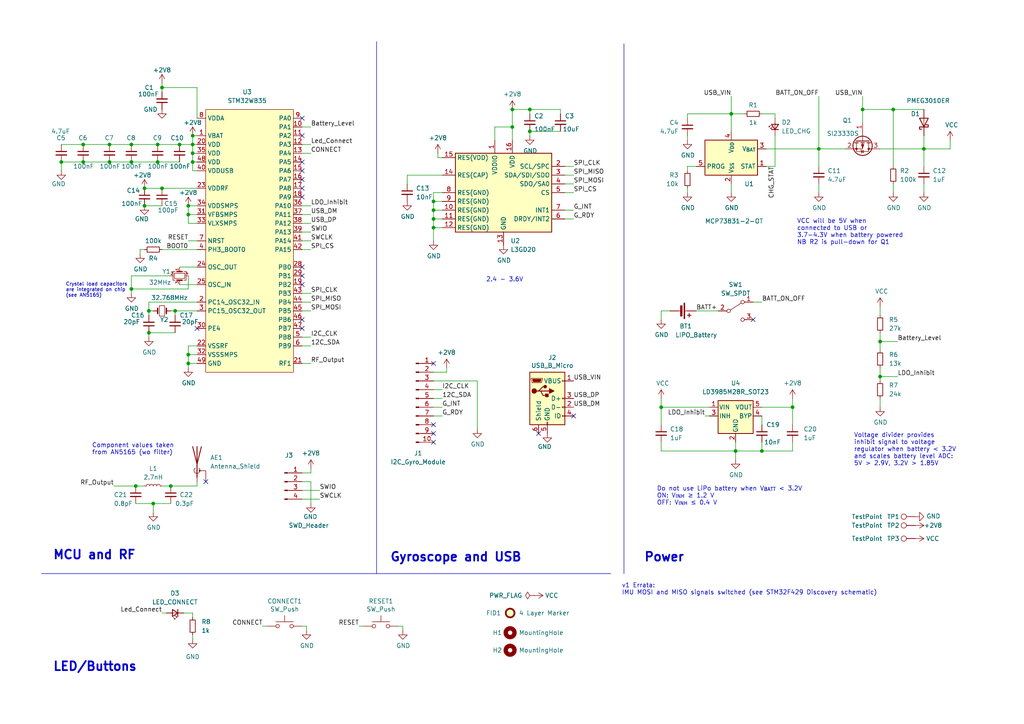
<source format=kicad_sch>
(kicad_sch (version 20230121) (generator eeschema)
  (paper "A4")
  (title_block (title "Ball Base Unit") (company "Mountjoy Modular"))
  (lib_symbols
    (symbol "Battery_Management:MCP73831-2-OT"
      (property "Reference" "U" (at -7.62 6.35 0))
      (property "Value" "MCP73831-2-OT" (at 1.27 6.35 0))
      (symbol "MCP73831-2-OT_1_1"
        (pin output line (at 10.16 -2.54 180) (length 2.54) (name "STAT") (number "1"))
        (pin power_in line (at 0 -7.62 90) (length 2.54) (name "V_{SS}") (number "2"))
        (pin power_out line (at 10.16 2.54 180) (length 2.54) (name "V_{BAT}") (number "3"))
        (pin power_in line (at 0 7.62 270) (length 2.54) (name "V_{DD}") (number "4"))
        (pin input line (at -10.16 -2.54 0) (length 2.54) (name "PROG") (number "5"))
      )
    )
    (symbol "Connector:Conn_01x04_Pin" (pin_names (offset 1.016) hide)
      (property "Reference" "J" (at 0 5.08 0))
      (property "Value" "Conn_01x04_Pin" (at 0 -7.62 0))
      (symbol "Conn_01x04_Pin_1_1"
        (pin passive line (at 5.08 2.54 180) (length 3.81) (name "Pin_1") (number "1"))
        (pin passive line (at 5.08 0 180) (length 3.81) (name "Pin_2") (number "2"))
        (pin passive line (at 5.08 -2.54 180) (length 3.81) (name "Pin_3") (number "3"))
        (pin passive line (at 5.08 -5.08 180) (length 3.81) (name "Pin_4") (number "4"))
      )
    )
    (symbol "Connector:Conn_01x10_Pin" (pin_names (offset 1.016) hide)
      (property "Reference" "J" (at 0 12.7 0))
      (property "Value" "Conn_01x10_Pin" (at 0 -15.24 0))
      (symbol "Conn_01x10_Pin_1_1"
        (pin passive line (at 5.08 10.16 180) (length 3.81) (name "Pin_1") (number "1"))
        (pin passive line (at 5.08 -12.7 180) (length 3.81) (name "Pin_10") (number "10"))
        (pin passive line (at 5.08 7.62 180) (length 3.81) (name "Pin_2") (number "2"))
        (pin passive line (at 5.08 5.08 180) (length 3.81) (name "Pin_3") (number "3"))
        (pin passive line (at 5.08 2.54 180) (length 3.81) (name "Pin_4") (number "4"))
        (pin passive line (at 5.08 0 180) (length 3.81) (name "Pin_5") (number "5"))
        (pin passive line (at 5.08 -2.54 180) (length 3.81) (name "Pin_6") (number "6"))
        (pin passive line (at 5.08 -5.08 180) (length 3.81) (name "Pin_7") (number "7"))
        (pin passive line (at 5.08 -7.62 180) (length 3.81) (name "Pin_8") (number "8"))
        (pin passive line (at 5.08 -10.16 180) (length 3.81) (name "Pin_9") (number "9"))
      )
    )
    (symbol "Connector:TestPoint" (pin_numbers hide) (pin_names (offset 0.762) hide)
      (property "Reference" "TP" (at 0 6.858 0))
      (property "Value" "TestPoint" (at 0 5.08 0))
      (symbol "TestPoint_1_1"
        (pin passive line (at 0 0 90) (length 2.54) (name "1") (number "1"))
      )
    )
    (symbol "Connector:USB_B_Micro" (pin_names (offset 1.016))
      (property "Reference" "J" (at -5.08 11.43 0))
      (property "Value" "USB_B_Micro" (at -5.08 8.89 0))
      (symbol "USB_B_Micro_1_1"
        (pin power_out line (at 7.62 5.08 180) (length 2.54) (name "VBUS") (number "1"))
        (pin bidirectional line (at 7.62 -2.54 180) (length 2.54) (name "D-") (number "2"))
        (pin bidirectional line (at 7.62 0 180) (length 2.54) (name "D+") (number "3"))
        (pin passive line (at 7.62 -5.08 180) (length 2.54) (name "ID") (number "4"))
        (pin power_out line (at 0 -10.16 90) (length 2.54) (name "GND") (number "5"))
        (pin passive line (at -2.54 -10.16 90) (length 2.54) (name "Shield") (number "6"))
      )
    )
    (symbol "Device:Antenna_Shield" (pin_numbers hide) (pin_names (offset 1.016) hide)
      (property "Reference" "AE" (at -1.905 4.445 0))
      (property "Value" "Antenna_Shield" (at -1.905 2.54 0))
      (symbol "Antenna_Shield_1_1"
        (pin input line (at 0 -5.08 90) (length 2.54) (name "A") (number "1"))
        (pin input line (at 2.54 -5.08 90) (length 2.54) (name "Shield") (number "2"))
      )
    )
    (symbol "Device:Battery_Cell" (pin_numbers hide) (pin_names (offset 0) hide)
      (property "Reference" "BT" (at 2.54 2.54 0))
      (property "Value" "Battery_Cell" (at 2.54 0 0))
      (symbol "Battery_Cell_1_1"
        (pin passive line (at 0 5.08 270) (length 2.54) (name "+") (number "1"))
        (pin passive line (at 0 -2.54 90) (length 2.54) (name "-") (number "2"))
      )
    )
    (symbol "Device:C_Small" (pin_numbers hide) (pin_names (offset 0.254) hide)
      (property "Reference" "C" (at 0.254 1.778 0))
      (property "Value" "C_Small" (at 0.254 -2.032 0))
      (symbol "C_Small_1_1"
        (pin passive line (at 0 2.54 270) (length 2.032) (name "~") (number "1"))
        (pin passive line (at 0 -2.54 90) (length 2.032) (name "~") (number "2"))
      )
    )
    (symbol "Device:Crystal_GND24_Small" (pin_names (offset 1.016) hide)
      (property "Reference" "Y" (at 1.27 4.445 0))
      (property "Value" "Crystal_GND24_Small" (at 1.27 2.54 0))
      (symbol "Crystal_GND24_Small_1_1"
        (pin passive line (at -2.54 0 0) (length 1.27) (name "1") (number "1"))
        (pin passive line (at 0 -2.54 90) (length 0.635) (name "2") (number "2"))
        (pin passive line (at 2.54 0 180) (length 1.27) (name "3") (number "3"))
        (pin passive line (at 0 2.54 270) (length 0.635) (name "4") (number "4"))
      )
    )
    (symbol "Device:Crystal_Small" (pin_numbers hide) (pin_names (offset 1.016) hide)
      (property "Reference" "Y" (at 0 2.54 0))
      (property "Value" "Crystal_Small" (at 0 -2.54 0))
      (symbol "Crystal_Small_1_1"
        (pin passive line (at -2.54 0 0) (length 1.27) (name "1") (number "1"))
        (pin passive line (at 2.54 0 180) (length 1.27) (name "2") (number "2"))
      )
    )
    (symbol "Device:LED_Small" (pin_numbers hide) (pin_names (offset 0.254) hide)
      (property "Reference" "D" (at -1.27 3.175 0))
      (property "Value" "LED_Small" (at -4.445 -2.54 0))
      (symbol "LED_Small_1_1"
        (pin passive line (at -2.54 0 0) (length 1.778) (name "K") (number "1"))
        (pin passive line (at 2.54 0 180) (length 1.778) (name "A") (number "2"))
      )
    )
    (symbol "Device:L_Small" (pin_numbers hide) (pin_names (offset 0.254) hide)
      (property "Reference" "L" (at 0.762 1.016 0))
      (property "Value" "L_Small" (at 0.762 -1.016 0))
      (symbol "L_Small_1_1"
        (pin passive line (at 0 2.54 270) (length 0.508) (name "~") (number "1"))
        (pin passive line (at 0 -2.54 90) (length 0.508) (name "~") (number "2"))
      )
    )
    (symbol "Device:R_Small" (pin_numbers hide) (pin_names (offset 0.254) hide)
      (property "Reference" "R" (at 0.762 0.508 0))
      (property "Value" "R_Small" (at 0.762 -1.016 0))
      (symbol "R_Small_1_1"
        (pin passive line (at 0 2.54 270) (length 0.762) (name "~") (number "1"))
        (pin passive line (at 0 -2.54 90) (length 0.762) (name "~") (number "2"))
      )
    )
    (symbol "Diode:B130-E3" (pin_numbers hide) (pin_names hide)
      (property "Reference" "D" (at 0 2.54 0))
      (property "Value" "B130-E3" (at 0 -2.54 0))
      (symbol "B130-E3_1_1"
        (pin passive line (at -3.81 0 0) (length 2.54) (name "K") (number "1"))
        (pin passive line (at 3.81 0 180) (length 2.54) (name "A") (number "2"))
      )
    )
    (symbol "Mechanical:Fiducial"
      (property "Reference" "FID" (at 0 5.08 0))
      (property "Value" "Fiducial" (at 0 3.175 0))
    )
    (symbol "Mechanical:MountingHole" (pin_names (offset 1.016))
      (property "Reference" "H" (at 0 5.08 0))
      (property "Value" "MountingHole" (at 0 3.175 0))
    )
    (symbol "Regulator_Linear:LD3985M28R_SOT23" (pin_names (offset 0.254))
      (property "Reference" "U" (at -3.81 5.715 0))
      (property "Value" "LD3985M28R_SOT23" (at 0 5.715 0))
      (symbol "LD3985M28R_SOT23_1_1"
        (pin power_in line (at -7.62 2.54 0) (length 2.54) (name "VIN") (number "1"))
        (pin power_in line (at 0 -7.62 90) (length 2.54) (name "GND") (number "2"))
        (pin input line (at -7.62 0 0) (length 2.54) (name "INH") (number "3"))
        (pin input line (at 7.62 0 180) (length 2.54) (name "BYP") (number "4"))
        (pin power_out line (at 7.62 2.54 180) (length 2.54) (name "VOUT") (number "5"))
      )
    )
    (symbol "STM32:STM32WB35"
      (property "Reference" "U" (at 0 -34.29 0))
      (property "Value" "STM32WB35" (at 0.127 46.609 0))
      (symbol "STM32WB35_0_0"
        (pin power_in line (at -14.605 36.83 0) (length 2.54) (name "VBAT") (number "1"))
        (pin bidirectional line (at 15.875 39.37 180) (length 2.54) (name "PA1") (number "10"))
        (pin bidirectional line (at 15.875 36.83 180) (length 2.54) (name "PA2") (number "11"))
        (pin bidirectional line (at 15.875 34.29 180) (length 2.54) (name "PA3") (number "12"))
        (pin bidirectional line (at 15.875 31.75 180) (length 2.54) (name "PA4") (number "13"))
        (pin bidirectional line (at 15.875 29.21 180) (length 2.54) (name "PA5") (number "14"))
        (pin bidirectional line (at 15.875 26.67 180) (length 2.54) (name "PA6") (number "15"))
        (pin bidirectional line (at 15.875 24.13 180) (length 2.54) (name "PA7") (number "16"))
        (pin bidirectional line (at 15.875 21.59 180) (length 2.54) (name "PA8") (number "17"))
        (pin bidirectional line (at 15.875 19.05 180) (length 2.54) (name "PA9") (number "18"))
        (pin bidirectional line (at 15.875 -6.35 180) (length 2.54) (name "PB2") (number "19"))
        (pin bidirectional line (at -14.605 -11.43 0) (length 2.54) (name "PC14_OSC32_IN") (number "2"))
        (pin power_in line (at -14.605 34.29 0) (length 2.54) (name "VDD") (number "20"))
        (pin output line (at 15.875 -29.21 180) (length 2.54) (name "RF1") (number "21"))
        (pin power_in line (at -14.605 -24.13 0) (length 2.54) (name "VSSRF") (number "22"))
        (pin power_in line (at -14.605 21.59 0) (length 2.54) (name "VDDRF") (number "23"))
        (pin output line (at -14.605 -1.27 0) (length 2.54) (name "OSC_OUT") (number "24"))
        (pin input line (at -14.605 -6.35 0) (length 2.54) (name "OSC_IN") (number "25"))
        (pin no_connect line (at -3.175 -34.29 90) (length 2.54) hide (name "AT0") (number "26"))
        (pin no_connect line (at 3.175 -34.29 90) (length 2.54) hide (name "AT1") (number "27"))
        (pin bidirectional line (at 15.875 -1.27 180) (length 2.54) (name "PB0") (number "28"))
        (pin bidirectional line (at 15.875 -3.81 180) (length 2.54) (name "PB1") (number "29"))
        (pin bidirectional line (at -14.605 -13.97 0) (length 2.54) (name "PC15_OSC32_OUT") (number "3"))
        (pin bidirectional line (at -14.605 -19.05 0) (length 2.54) (name "PE4") (number "30"))
        (pin power_in line (at -14.605 13.97 0) (length 2.54) (name "VFBSMPS") (number "31"))
        (pin power_in line (at -14.605 -26.67 0) (length 2.54) (name "VSSSMPS") (number "32"))
        (pin power_in line (at -14.605 11.43 0) (length 2.54) (name "VLXSMPS") (number "33"))
        (pin power_in line (at -14.605 16.51 0) (length 2.54) (name "VDDSMPS") (number "34"))
        (pin power_in line (at -14.605 31.75 0) (length 2.54) (name "VDD") (number "35"))
        (pin bidirectional line (at 15.875 16.51 180) (length 2.54) (name "PA10") (number "36"))
        (pin bidirectional line (at 15.875 13.97 180) (length 2.54) (name "PA11") (number "37"))
        (pin bidirectional line (at 15.875 11.43 180) (length 2.54) (name "PA12") (number "38"))
        (pin bidirectional line (at 15.875 8.89 180) (length 2.54) (name "PA13") (number "39"))
        (pin bidirectional line (at -14.605 3.81 0) (length 2.54) (name "PH3_BOOT0") (number "4"))
        (pin power_in line (at -14.605 26.67 0) (length 2.54) (name "VDDUSB") (number "40"))
        (pin bidirectional line (at 15.875 6.35 180) (length 2.54) (name "PA14") (number "41"))
        (pin bidirectional line (at 15.875 3.81 180) (length 2.54) (name "PA15") (number "42"))
        (pin bidirectional line (at 15.875 -8.89 180) (length 2.54) (name "PB3") (number "43"))
        (pin bidirectional line (at 15.875 -11.43 180) (length 2.54) (name "PB4") (number "44"))
        (pin bidirectional line (at 15.875 -13.97 180) (length 2.54) (name "PB5") (number "45"))
        (pin bidirectional line (at 15.875 -16.51 180) (length 2.54) (name "PB6") (number "46"))
        (pin bidirectional line (at 15.875 -19.05 180) (length 2.54) (name "PB7") (number "47"))
        (pin power_in line (at -14.605 29.21 0) (length 2.54) (name "VDD") (number "48"))
        (pin power_in line (at -14.605 -29.21 0) (length 2.54) (name "GND") (number "49"))
        (pin bidirectional line (at 15.875 -21.59 180) (length 2.54) (name "PB8") (number "5"))
        (pin bidirectional line (at 15.875 -24.13 180) (length 2.54) (name "PB9") (number "6"))
        (pin bidirectional line (at -14.605 6.35 0) (length 2.54) (name "NRST") (number "7"))
        (pin power_in line (at -14.605 41.91 0) (length 2.54) (name "VDDA") (number "8"))
        (pin bidirectional line (at 15.875 41.91 180) (length 2.54) (name "PA0") (number "9"))
      )
    )
    (symbol "Sensor_Motion:L3GD20"
      (property "Reference" "U" (at 6.35 15.24 0))
      (property "Value" "L3GD20" (at 6.35 12.7 0))
      (symbol "L3GD20_1_1"
        (pin power_in line (at -2.54 15.24 270) (length 3.81) (name "VDDIO") (number "1"))
        (pin passive line (at -17.78 -5.08 0) (length 3.81) (name "RES(GND)") (number "10"))
        (pin passive line (at -17.78 -7.62 0) (length 3.81) (name "RES(GND)") (number "11"))
        (pin passive line (at -17.78 -10.16 0) (length 3.81) (name "RES(GND)") (number "12"))
        (pin power_in line (at 0 -15.24 90) (length 3.81) (name "GND") (number "13"))
        (pin passive line (at -17.78 5.08 0) (length 3.81) (name "RES(CAP)") (number "14"))
        (pin passive line (at -17.78 10.16 0) (length 3.81) (name "RES(VDD)") (number "15"))
        (pin power_in line (at 2.54 15.24 270) (length 3.81) (name "VDD") (number "16"))
        (pin input line (at 17.78 7.62 180) (length 3.81) (name "SCL/SPC") (number "2"))
        (pin bidirectional line (at 17.78 5.08 180) (length 3.81) (name "SDA/SDI/SDO") (number "3"))
        (pin output line (at 17.78 2.54 180) (length 3.81) (name "SDO/SA0") (number "4"))
        (pin input line (at 17.78 0 180) (length 3.81) (name "CS") (number "5"))
        (pin output line (at 17.78 -7.62 180) (length 3.81) (name "DRDY/INT2") (number "6"))
        (pin output line (at 17.78 -5.08 180) (length 3.81) (name "INT1") (number "7"))
        (pin passive line (at -17.78 0 0) (length 3.81) (name "RES(GND)") (number "8"))
        (pin passive line (at -17.78 -2.54 0) (length 3.81) (name "RES(GND)") (number "9"))
      )
    )
    (symbol "Switch:SW_Push" (pin_numbers hide) (pin_names (offset 1.016) hide)
      (property "Reference" "SW" (at 1.27 2.54 0))
      (property "Value" "SW_Push" (at 0 -1.524 0))
      (symbol "SW_Push_0_1"
        (pin passive line (at -5.08 0 0) (length 2.54) (name "1") (number "1"))
        (pin passive line (at 5.08 0 180) (length 2.54) (name "2") (number "2"))
      )
    )
    (symbol "Switch:SW_SPDT" (pin_names (offset 0) hide)
      (property "Reference" "SW" (at 0 4.318 0))
      (property "Value" "SW_SPDT" (at 0 -5.08 0))
      (symbol "SW_SPDT_1_1"
        (pin passive line (at 5.08 2.54 180) (length 2.54) (name "A") (number "1"))
        (pin passive line (at -5.08 0 0) (length 2.54) (name "B") (number "2"))
        (pin passive line (at 5.08 -2.54 180) (length 2.54) (name "C") (number "3"))
      )
    )
    (symbol "Transistor_FET:Si2319CDS" (pin_names hide)
      (property "Reference" "Q" (at 5.08 1.905 0))
      (property "Value" "Si2319CDS" (at 5.08 0 0))
      (symbol "Si2319CDS_1_1"
        (pin input line (at -5.08 0 0) (length 2.54) (name "G") (number "1"))
        (pin passive line (at 2.54 -5.08 90) (length 2.54) (name "S") (number "2"))
        (pin passive line (at 2.54 5.08 270) (length 2.54) (name "D") (number "3"))
      )
    )
    (symbol "power:+2V8" (power) (pin_names (offset 0))
      (property "Value" "+2V8" (at 0 3.556 0))
      (symbol "+2V8_1_1"
        (pin power_in line (at 0 0 90) (length 0) hide (name "+2V8") (number "1"))
      )
    )
    (symbol "power:GND" (power) (pin_names (offset 0))
      (property "Value" "GND" (at 0 -3.81 0))
      (symbol "GND_1_1"
        (pin power_in line (at 0 0 270) (length 0) hide (name "GND") (number "1"))
      )
    )
    (symbol "power:PWR_FLAG" (power) (pin_numbers hide) (pin_names (offset 0) hide)
      (property "Value" "PWR_FLAG" (at 0 3.81 0))
      (symbol "PWR_FLAG_0_0"
        (pin power_out line (at 0 0 90) (length 0) (name "pwr") (number "1"))
      )
    )
    (symbol "power:VCC" (power) (pin_names (offset 0))
      (property "Value" "VCC" (at 0 3.81 0))
      (symbol "VCC_1_1"
        (pin power_in line (at 0 0 90) (length 0) hide (name "VCC") (number "1"))
      )
    )
  )
  (junction (at 125.73 63.5))
  (junction (at 54.61 59.69))
  (junction (at 125.73 66.04))
  (junction (at 45.72 46.99))
  (junction (at 220.98 130.81))
  (junction (at 55.88 39.37))
  (junction (at 250.19 31.75))
  (junction (at 39.37 140.97))
  (junction (at 55.88 44.45))
  (junction (at 38.1 41.91))
  (junction (at 49.53 140.97))
  (junction (at 46.99 54.61))
  (junction (at 46.99 25.4))
  (junction (at 52.07 41.91))
  (junction (at 50.8 90.17))
  (junction (at 54.61 105.41))
  (junction (at 24.13 41.91))
  (junction (at 237.49 43.18))
  (junction (at 44.45 146.05))
  (junction (at 54.61 62.23))
  (junction (at 41.91 54.61))
  (junction (at 38.1 46.99))
  (junction (at 255.27 99.06))
  (junction (at 38.1 83.82))
  (junction (at 153.67 31.75))
  (junction (at 45.72 41.91))
  (junction (at 148.59 36.83))
  (junction (at 148.59 31.75))
  (junction (at 43.18 90.17))
  (junction (at 17.78 46.99))
  (junction (at 24.13 46.99))
  (junction (at 43.18 96.52))
  (junction (at 259.08 31.75))
  (junction (at 31.75 46.99))
  (junction (at 55.88 41.91))
  (junction (at 31.75 41.91))
  (junction (at 125.73 60.96))
  (junction (at 191.77 118.11))
  (junction (at 212.09 33.02))
  (junction (at 41.91 59.69))
  (junction (at 153.67 38.1))
  (junction (at 125.73 58.42))
  (junction (at 255.27 109.22))
  (junction (at 213.36 130.81))
  (junction (at 267.97 43.18))
  (junction (at 54.61 102.87))
  (junction (at 55.88 46.99))
  (junction (at 229.87 118.11))
  (no_connect (at 87.63 82.55))
  (no_connect (at 156.21 125.73))
  (no_connect (at 87.63 52.07))
  (no_connect (at 87.63 77.47))
  (no_connect (at 87.63 92.71))
  (no_connect (at 125.73 105.41))
  (no_connect (at 87.63 95.25))
  (no_connect (at 87.63 46.99))
  (no_connect (at 87.63 80.01))
  (no_connect (at 87.63 57.15))
  (no_connect (at 87.63 54.61))
  (no_connect (at 125.73 128.27))
  (no_connect (at 218.44 92.71))
  (no_connect (at 87.63 39.37))
  (no_connect (at 125.73 123.19))
  (no_connect (at 166.37 120.65))
  (no_connect (at 87.63 34.29))
  (no_connect (at 87.63 49.53))
  (no_connect (at 59.69 139.7))
  (no_connect (at 57.15 95.25))
  (no_connect (at 125.73 125.73))
  (wire (pts (xy 255.27 43.18) (xy 267.97 43.18)))
  (wire (pts (xy 212.09 33.02) (xy 215.9 33.02)))
  (wire (pts (xy 125.73 107.95) (xy 129.54 107.95)))
  (wire (pts (xy 229.87 128.27) (xy 229.87 130.81)))
  (wire (pts (xy 128.27 55.88) (xy 125.73 55.88)))
  (wire (pts (xy 204.47 120.65) (xy 205.74 120.65)))
  (wire (pts (xy 220.98 118.11) (xy 229.87 118.11)))
  (wire (pts (xy 38.1 41.91) (xy 45.72 41.91)))
  (wire (pts (xy 212.09 27.94) (xy 212.09 33.02)))
  (wire (pts (xy 275.59 43.18) (xy 275.59 40.64)))
  (wire (pts (xy 87.63 137.16) (xy 90.17 137.16)))
  (wire (pts (xy 267.97 53.34) (xy 267.97 55.88)))
  (wire (pts (xy 46.99 72.39) (xy 57.15 72.39)))
  (wire (pts (xy 39.37 140.97) (xy 41.91 140.97)))
  (wire (pts (xy 259.08 53.34) (xy 259.08 55.88)))
  (wire (pts (xy 41.91 59.69) (xy 46.99 59.69)))
  (wire (pts (xy 50.8 90.17) (xy 57.15 90.17)))
  (wire (pts (xy 125.73 118.11) (xy 128.27 118.11)))
  (wire (pts (xy 125.73 120.65) (xy 128.27 120.65)))
  (wire (pts (xy 199.39 33.02) (xy 212.09 33.02)))
  (wire (pts (xy 125.73 55.88) (xy 125.73 58.42)))
  (wire (pts (xy 54.61 62.23) (xy 54.61 59.69)))
  (wire (pts (xy 104.14 181.61) (xy 105.41 181.61)))
  (wire (pts (xy 55.88 177.8) (xy 55.88 179.07)))
  (wire (pts (xy 57.15 140.97) (xy 57.15 139.7)))
  (wire (pts (xy 163.83 63.5) (xy 166.37 63.5)))
  (wire (pts (xy 163.83 55.88) (xy 166.37 55.88)))
  (wire (pts (xy 87.63 41.91) (xy 90.17 41.91)))
  (wire (pts (xy 87.63 44.45) (xy 90.17 44.45)))
  (wire (pts (xy 255.27 96.52) (xy 255.27 99.06)))
  (wire (pts (xy 87.63 105.41) (xy 90.17 105.41)))
  (wire (pts (xy 87.63 100.33) (xy 90.17 100.33)))
  (wire (pts (xy 55.88 41.91) (xy 55.88 44.45)))
  (wire (pts (xy 87.63 69.85) (xy 90.17 69.85)))
  (wire (pts (xy 52.07 82.55) (xy 57.15 82.55)))
  (wire (pts (xy 55.88 184.15) (xy 55.88 185.42)))
  (wire (pts (xy 17.78 46.99) (xy 17.78 49.53)))
  (wire (pts (xy 191.77 130.81) (xy 213.36 130.81)))
  (wire (pts (xy 88.9 181.61) (xy 88.9 182.88)))
  (wire (pts (xy 138.43 110.49) (xy 138.43 124.46)))
  (wire (pts (xy 54.61 83.82) (xy 38.1 83.82)))
  (wire (pts (xy 153.67 31.75) (xy 162.56 31.75)))
  (wire (pts (xy 38.1 46.99) (xy 45.72 46.99)))
  (wire (pts (xy 76.2 181.61) (xy 77.47 181.61)))
  (wire (pts (xy 44.45 146.05) (xy 44.45 148.59)))
  (wire (pts (xy 87.63 139.7) (xy 90.17 139.7)))
  (wire (pts (xy 87.63 181.61) (xy 88.9 181.61)))
  (wire (pts (xy 54.61 59.69) (xy 57.15 59.69)))
  (wire (pts (xy 52.07 41.91) (xy 55.88 41.91)))
  (wire (pts (xy 55.88 49.53) (xy 57.15 49.53)))
  (wire (pts (xy 24.13 41.91) (xy 31.75 41.91)))
  (wire (pts (xy 87.63 36.83) (xy 90.17 36.83)))
  (wire (pts (xy 153.67 38.1) (xy 153.67 39.37)))
  (wire (pts (xy 259.08 31.75) (xy 259.08 48.26)))
  (wire (pts (xy 24.13 46.99) (xy 31.75 46.99)))
  (wire (pts (xy 54.61 62.23) (xy 57.15 62.23)))
  (wire (pts (xy 259.08 31.75) (xy 267.97 31.75)))
  (wire (pts (xy 201.93 90.17) (xy 208.28 90.17)))
  (wire (pts (xy 163.83 60.96) (xy 166.37 60.96)))
  (wire (pts (xy 43.18 90.17) (xy 43.18 91.44)))
  (wire (pts (xy 52.07 77.47) (xy 57.15 77.47)))
  (wire (pts (xy 43.18 87.63) (xy 43.18 90.17)))
  (wire (pts (xy 125.73 110.49) (xy 138.43 110.49)))
  (wire (pts (xy 229.87 115.57) (xy 229.87 118.11)))
  (wire (pts (xy 90.17 137.16) (xy 90.17 135.89)))
  (wire (pts (xy 191.77 118.11) (xy 191.77 123.19)))
  (wire (pts (xy 250.19 27.94) (xy 250.19 31.75)))
  (polyline (pts (xy 180.975 12.7) (xy 180.975 166.37)))
  (wire (pts (xy 54.61 64.77) (xy 54.61 62.23)))
  (wire (pts (xy 191.77 90.17) (xy 194.31 90.17)))
  (wire (pts (xy 224.79 33.02) (xy 224.79 34.29)))
  (wire (pts (xy 237.49 53.34) (xy 237.49 55.88)))
  (wire (pts (xy 267.97 39.37) (xy 267.97 43.18)))
  (wire (pts (xy 87.63 85.09) (xy 90.17 85.09)))
  (wire (pts (xy 33.02 140.97) (xy 39.37 140.97)))
  (wire (pts (xy 55.88 46.99) (xy 55.88 49.53)))
  (wire (pts (xy 55.88 44.45) (xy 57.15 44.45)))
  (wire (pts (xy 125.73 66.04) (xy 125.73 69.85)))
  (wire (pts (xy 17.78 46.99) (xy 24.13 46.99)))
  (wire (pts (xy 49.53 140.97) (xy 57.15 140.97)))
  (wire (pts (xy 125.73 58.42) (xy 125.73 60.96)))
  (wire (pts (xy 191.77 128.27) (xy 191.77 130.81)))
  (wire (pts (xy 38.1 83.82) (xy 38.1 85.09)))
  (wire (pts (xy 129.54 107.95) (xy 129.54 106.68)))
  (wire (pts (xy 87.63 72.39) (xy 90.17 72.39)))
  (wire (pts (xy 220.98 33.02) (xy 224.79 33.02)))
  (wire (pts (xy 125.73 58.42) (xy 128.27 58.42)))
  (wire (pts (xy 40.64 72.39) (xy 41.91 72.39)))
  (wire (pts (xy 125.73 60.96) (xy 128.27 60.96)))
  (wire (pts (xy 31.75 46.99) (xy 38.1 46.99)))
  (wire (pts (xy 267.97 43.18) (xy 275.59 43.18)))
  (wire (pts (xy 43.18 90.17) (xy 44.45 90.17)))
  (polyline (pts (xy 109.22 12.065) (xy 109.22 166.37)))
  (wire (pts (xy 45.72 41.91) (xy 52.07 41.91)))
  (wire (pts (xy 43.18 96.52) (xy 43.18 97.79)))
  (wire (pts (xy 199.39 54.61) (xy 199.39 55.88)))
  (wire (pts (xy 250.19 31.75) (xy 250.19 35.56)))
  (wire (pts (xy 237.49 43.18) (xy 245.11 43.18)))
  (wire (pts (xy 199.39 39.37) (xy 199.39 40.64)))
  (polyline (pts (xy 12.065 166.37) (xy 177.165 166.37)))
  (wire (pts (xy 92.71 144.78) (xy 87.63 144.78)))
  (wire (pts (xy 229.87 118.11) (xy 229.87 123.19)))
  (wire (pts (xy 199.39 34.29) (xy 199.39 33.02)))
  (wire (pts (xy 90.17 139.7) (xy 90.17 146.05)))
  (wire (pts (xy 255.27 115.57) (xy 255.27 118.11)))
  (wire (pts (xy 55.88 39.37) (xy 55.88 41.91)))
  (wire (pts (xy 143.51 36.83) (xy 148.59 36.83)))
  (wire (pts (xy 212.09 53.34) (xy 212.09 55.88)))
  (wire (pts (xy 45.72 46.99) (xy 52.07 46.99)))
  (wire (pts (xy 116.84 181.61) (xy 116.84 182.88)))
  (wire (pts (xy 191.77 118.11) (xy 205.74 118.11)))
  (wire (pts (xy 255.27 109.22) (xy 255.27 110.49)))
  (wire (pts (xy 212.09 33.02) (xy 212.09 38.1)))
  (wire (pts (xy 54.61 105.41) (xy 54.61 102.87)))
  (wire (pts (xy 54.61 80.01) (xy 54.61 83.82)))
  (wire (pts (xy 224.79 48.26) (xy 224.79 39.37)))
  (wire (pts (xy 148.59 31.75) (xy 148.59 36.83)))
  (wire (pts (xy 191.77 92.71) (xy 191.77 90.17)))
  (wire (pts (xy 213.36 130.81) (xy 213.36 133.35)))
  (wire (pts (xy 125.73 63.5) (xy 125.73 66.04)))
  (wire (pts (xy 50.8 96.52) (xy 43.18 96.52)))
  (wire (pts (xy 148.59 31.75) (xy 153.67 31.75)))
  (wire (pts (xy 57.15 25.4) (xy 57.15 34.29)))
  (wire (pts (xy 128.27 50.8) (xy 118.11 50.8)))
  (wire (pts (xy 153.67 31.75) (xy 153.67 33.02)))
  (wire (pts (xy 87.63 87.63) (xy 90.17 87.63)))
  (wire (pts (xy 220.98 128.27) (xy 220.98 130.81)))
  (wire (pts (xy 255.27 106.68) (xy 255.27 109.22)))
  (wire (pts (xy 163.83 53.34) (xy 166.37 53.34)))
  (wire (pts (xy 38.1 83.82) (xy 38.1 80.01)))
  (wire (pts (xy 125.73 60.96) (xy 125.73 63.5)))
  (wire (pts (xy 46.99 177.8) (xy 48.26 177.8)))
  (wire (pts (xy 31.75 41.91) (xy 38.1 41.91)))
  (wire (pts (xy 218.44 87.63) (xy 220.98 87.63)))
  (wire (pts (xy 55.88 39.37) (xy 57.15 39.37)))
  (wire (pts (xy 255.27 99.06) (xy 260.35 99.06)))
  (wire (pts (xy 87.63 142.24) (xy 92.71 142.24)))
  (wire (pts (xy 41.91 54.61) (xy 46.99 54.61)))
  (wire (pts (xy 250.19 31.75) (xy 259.08 31.75)))
  (wire (pts (xy 87.63 90.17) (xy 90.17 90.17)))
  (wire (pts (xy 55.88 41.91) (xy 57.15 41.91)))
  (wire (pts (xy 43.18 87.63) (xy 57.15 87.63)))
  (wire (pts (xy 49.53 90.17) (xy 50.8 90.17)))
  (wire (pts (xy 237.49 43.18) (xy 237.49 48.26)))
  (wire (pts (xy 255.27 99.06) (xy 255.27 101.6)))
  (wire (pts (xy 55.88 44.45) (xy 55.88 46.99)))
  (wire (pts (xy 46.99 140.97) (xy 49.53 140.97)))
  (wire (pts (xy 220.98 120.65) (xy 220.98 123.19)))
  (wire (pts (xy 148.59 36.83) (xy 148.59 40.64)))
  (wire (pts (xy 38.1 80.01) (xy 49.53 80.01)))
  (wire (pts (xy 57.15 25.4) (xy 46.99 25.4)))
  (wire (pts (xy 87.63 97.79) (xy 90.17 97.79)))
  (wire (pts (xy 118.11 50.8) (xy 118.11 53.34)))
  (wire (pts (xy 46.99 54.61) (xy 57.15 54.61)))
  (wire (pts (xy 53.34 177.8) (xy 55.88 177.8)))
  (wire (pts (xy 54.61 106.68) (xy 54.61 105.41)))
  (wire (pts (xy 87.63 67.31) (xy 90.17 67.31)))
  (wire (pts (xy 46.99 25.4) (xy 46.99 26.67)))
  (wire (pts (xy 87.63 59.69) (xy 90.17 59.69)))
  (wire (pts (xy 54.61 105.41) (xy 57.15 105.41)))
  (wire (pts (xy 115.57 181.61) (xy 116.84 181.61)))
  (wire (pts (xy 163.83 48.26) (xy 166.37 48.26)))
  (wire (pts (xy 255.27 88.9) (xy 255.27 91.44)))
  (wire (pts (xy 191.77 115.57) (xy 191.77 118.11)))
  (wire (pts (xy 153.67 38.1) (xy 162.56 38.1)))
  (wire (pts (xy 163.83 50.8) (xy 166.37 50.8)))
  (wire (pts (xy 143.51 40.64) (xy 143.51 36.83)))
  (wire (pts (xy 213.36 128.27) (xy 213.36 130.81)))
  (wire (pts (xy 267.97 43.18) (xy 267.97 48.26)))
  (wire (pts (xy 237.49 27.94) (xy 237.49 43.18)))
  (wire (pts (xy 125.73 115.57) (xy 128.27 115.57)))
  (wire (pts (xy 87.63 64.77) (xy 90.17 64.77)))
  (wire (pts (xy 199.39 49.53) (xy 199.39 48.26)))
  (wire (pts (xy 54.61 102.87) (xy 57.15 102.87)))
  (wire (pts (xy 162.56 31.75) (xy 162.56 33.02)))
  (wire (pts (xy 46.99 24.13) (xy 46.99 25.4)))
  (wire (pts (xy 125.73 63.5) (xy 128.27 63.5)))
  (wire (pts (xy 17.78 41.91) (xy 24.13 41.91)))
  (wire (pts (xy 39.37 146.05) (xy 44.45 146.05)))
  (wire (pts (xy 220.98 130.81) (xy 229.87 130.81)))
  (wire (pts (xy 128.27 66.04) (xy 125.73 66.04)))
  (wire (pts (xy 222.25 48.26) (xy 224.79 48.26)))
  (wire (pts (xy 125.73 113.03) (xy 128.27 113.03)))
  (wire (pts (xy 50.8 91.44) (xy 50.8 90.17)))
  (wire (pts (xy 44.45 146.05) (xy 49.53 146.05)))
  (wire (pts (xy 40.64 73.66) (xy 40.64 72.39)))
  (wire (pts (xy 127 45.72) (xy 128.27 45.72)))
  (wire (pts (xy 54.61 69.85) (xy 57.15 69.85)))
  (wire (pts (xy 255.27 109.22) (xy 260.35 109.22)))
  (wire (pts (xy 127 44.45) (xy 127 45.72)))
  (wire (pts (xy 57.15 64.77) (xy 54.61 64.77)))
  (wire (pts (xy 54.61 100.33) (xy 57.15 100.33)))
  (wire (pts (xy 54.61 102.87) (xy 54.61 100.33)))
  (wire (pts (xy 55.88 46.99) (xy 57.15 46.99)))
  (wire (pts (xy 87.63 62.23) (xy 90.17 62.23)))
  (wire (pts (xy 213.36 130.81) (xy 220.98 130.81)))
  (wire (pts (xy 222.25 43.18) (xy 237.49 43.18)))
  (wire (pts (xy 199.39 48.26) (xy 201.93 48.26)))
  (text "MCU and RF" (at 15.24 162.56 0) (effects (font (size 2.54 2.54) (thickness 0.508) bold) (justify left bottom)))
  (text "Do not use LiPo battery when V_{BATT} < 3.2V\nON: V_{INH} ≥ 1.2 V\nOFF: V_{INH} ≤ 0.4 V " (at 190.5 146.685 0) (effects (font (size 1.27 1.27)) (justify left bottom)))
  (text "Power" (at 186.69 163.195 0) (effects (font (size 2.54 2.54) (thickness 0.508) bold) (justify left bottom)))
  (text "Gyroscope and USB" (at 113.03 163.195 0) (effects (font (size 2.54 2.54) (thickness 0.508) bold) (justify left bottom)))
  (text "Component values taken \nfrom AN5165 (wo filter)" (at 26.67 132.08 0) (effects (font (size 1.27 1.27)) (justify left bottom)))
  (text "Voltage divider provides\ninhibit signal to voltage \nregulator when battery < 3.2V \nand scales battery level ADC:\n5V > 2.9V, 3.2V > 1.85V" (at 247.65 135.255 0) (effects (font (size 1.27 1.27)) (justify left bottom)))
  (text "2.4 - 3.6V" (at 140.97 81.915 0) (effects (font (size 1.27 1.27)) (justify left bottom)))
  (text "LED/Buttons" (at 15.24 194.945 0) (effects (font (size 2.54 2.54) (thickness 0.508) bold) (justify left bottom)))
  (text "VCC will be 5V when \nconnected to USB or \n3.7-4.3V when battery powered\nNB R2 is pull-down for Q1" (at 231.14 71.12 0) (effects (font (size 1.27 1.27)) (justify left bottom)))
  (text "v1 Errata:\nIMU MOSI and MISO signals switched (see STM32F429 Discovery schematic)" (at 180.34 172.72 0) (effects (font (size 1.27 1.27)) (justify left bottom)))
  (text "Crystal load capacitors\nare integrated on chip\n(see AN5165)" (at 19.05 86.36 0) (effects (font (size 1 1)) (justify left bottom)))
  (label "SPI_MOSI" (at 90.17 90.17 0))
  (label "G_INT" (at 166.37 60.96 0))
  (label "RESET" (at 104.14 181.61 180))
  (label "G_INT" (at 128.27 118.11 0))
  (label "SWCLK" (at 90.17 69.85 0))
  (label "USB_DP" (at 90.17 64.77 0))
  (label "BOOT0" (at 48.26 72.39 0))
  (label "SPI_MOSI" (at 166.37 53.34 0))
  (label "I2C_CLK" (at 128.27 113.03 0))
  (label "RESET" (at 54.61 69.85 180))
  (label "LDO_Inhibit" (at 90.17 59.69 0))
  (label "LDO_Inhibit" (at 204.47 120.65 180))
  (label "SPI_CLK" (at 90.17 85.09 0))
  (label "LDO_Inhibit" (at 260.35 109.22 0))
  (label "I2C_CLK" (at 90.17 97.79 0))
  (label "USB_DM" (at 90.17 62.23 0))
  (label "G_RDY" (at 166.37 63.5 0))
  (label "12C_SDA" (at 128.27 115.57 0))
  (label "SWCLK" (at 92.71 144.78 0))
  (label "USB_DP" (at 166.37 115.57 0))
  (label "SPI_MISO" (at 90.17 87.63 0))
  (label "USB_DM" (at 166.37 118.11 0))
  (label "CONNECT" (at 76.2 181.61 180))
  (label "SPI_CS" (at 166.37 55.88 0))
  (label "SWIO" (at 92.71 142.24 0))
  (label "RF_Output" (at 33.02 140.97 180))
  (label "CONNECT" (at 90.17 44.45 0))
  (label "USB_VIN" (at 212.09 27.94 180))
  (label "SPI_CS" (at 90.17 72.39 0))
  (label "Led_Connect" (at 90.17 41.91 0))
  (label "SPI_CLK" (at 166.37 48.26 0))
  (label "USB_VIN" (at 166.37 110.49 0))
  (label "RF_Output" (at 90.17 105.41 0))
  (label "Battery_Level" (at 260.35 99.06 0))
  (label "BATT_ON_OFF" (at 237.49 27.94 180))
  (label "Battery_Level" (at 90.17 36.83 0))
  (label "G_RDY" (at 128.27 120.65 0))
  (label "BATT_ON_OFF" (at 220.98 87.63 0))
  (label "CHG_STAT" (at 224.79 48.26 270))
  (label "USB_VIN" (at 250.19 27.94 180))
  (label "BATT+" (at 201.93 90.17 0))
  (label "SWIO" (at 90.17 67.31 0))
  (label "Led_Connect" (at 46.99 177.8 180))
  (label "12C_SDA" (at 90.17 100.33 0))
  (label "SPI_MISO" (at 166.37 50.8 0))
  (symbol (lib_id "Device:Antenna_Shield") (at 57.15 134.62 0) (unit 1)
    (property "Reference" "AE1" (at 60.96 132.7149 0) (effects (justify left)))
    (property "Value" "Antenna_Shield" (at 60.96 135.2549 0) (effects (justify left)))
    (property "Footprint" "Custom_Footprints:NN01_102" (effects hide))
  )
  (symbol (lib_id "Mechanical:Fiducial") (at 147.955 177.8 0) (unit 1)
    (property "Reference" "FID1" (at 140.97 177.8 0) (effects (justify left)))
    (property "Value" "4 Layer Marker" (at 150.495 177.8 0) (effects (justify left)))
    (property "Footprint" "Custom_Footprints:4_Layer_Markers" (effects hide))
  )
  (symbol (lib_id "Connector:TestPoint") (at 265.43 156.21 90) (unit 1)
    (property "Reference" "TP3" (at 259.08 156.21 90))
    (property "Value" "TestPoint" (at 251.46 156.21 90))
    (property "Footprint" "Custom_Footprints:1.3mm_Test_Point" (effects hide))
  )
  (symbol (lib_id "Device:C_Small") (at 118.11 55.88 0) (unit 1)
    (property "Reference" "C13" (at 120.65 54.6162 0) (effects (justify left)))
    (property "Value" "10nF" (at 120.65 57.1562 0) (effects (justify left)))
    (property "Footprint" "Capacitor_SMD:C_0603_1608Metric" (effects hide))
  )
  (symbol (lib_id "Device:R_Small") (at 255.27 93.98 0) (unit 1)
    (property "Reference" "R5" (at 257.81 92.7099 0) (effects (justify left)))
    (property "Value" "27k" (at 257.81 95.2499 0) (effects (justify left)))
    (property "Footprint" "Resistor_SMD:R_0603_1608Metric" (effects hide))
    (property "Part_Number" "C25803" (effects hide))
  )
  (symbol (lib_id "power:+2V8") (at 46.99 24.13 0) (unit 1)
    (property "Reference" "#PWR01" (effects hide))
    (property "Value" "+2V8" (at 46.99 20.32 0))
  )
  (symbol (lib_id "Device:Crystal_GND24_Small") (at 52.07 80.01 270) (unit 1)
    (property "Reference" "Y1" (at 46.99 78.74 90) (effects (justify left)))
    (property "Value" "32MHz" (at 43.18 81.915 90) (effects (justify left)))
    (property "Footprint" "Crystal:Crystal_SMD_Abracon_ABM10-4Pin_2.5x2.0mm" (effects hide))
  )
  (symbol (lib_id "power:GND") (at 38.1 85.09 0) (unit 1)
    (property "Reference" "#PWR022" (effects hide))
    (property "Value" "GND" (at 38.227 89.4842 0))
  )
  (symbol (lib_id "Connector:Conn_01x10_Pin") (at 120.65 115.57 0) (unit 1)
    (property "Reference" "J1" (at 121.285 131.445 0))
    (property "Value" "I2C_Gyro_Module" (at 121.285 133.985 0))
    (property "Footprint" "Connector_PinSocket_2.54mm:PinSocket_1x10_P2.54mm_Vertical" (effects hide))
  )
  (symbol (lib_id "power:+2V8") (at 41.91 54.61 0) (unit 1)
    (property "Reference" "#PWR010" (effects hide))
    (property "Value" "+2V8" (at 41.275 50.8 0))
  )
  (symbol (lib_id "power:+2V8") (at 129.54 106.68 0) (unit 1)
    (property "Reference" "#PWR026" (effects hide))
    (property "Value" "+2V8" (at 129.54 102.235 0))
  )
  (symbol (lib_id "power:PWR_FLAG") (at 154.94 172.72 90) (unit 1)
    (property "Reference" "#FLG01" (effects hide))
    (property "Value" "PWR_FLAG" (at 146.685 172.72 90))
  )
  (symbol (lib_id "power:VCC") (at 154.94 172.72 270) (unit 1)
    (property "Reference" "#PWR040" (effects hide))
    (property "Value" "VCC" (at 160.02 172.72 90))
  )
  (symbol (lib_id "Device:C_Small") (at 153.67 35.56 0) (unit 1)
    (property "Reference" "C2" (at 154.94 33.655 0) (effects (justify left)))
    (property "Value" "100nF" (at 154.94 37.465 0) (effects (justify left)))
    (property "Footprint" "Capacitor_SMD:C_0603_1608Metric" (effects hide))
  )
  (symbol (lib_id "Mechanical:MountingHole") (at 147.955 183.515 0) (unit 1)
    (property "Reference" "H1" (at 142.875 183.515 0) (effects (justify left)))
    (property "Value" "MountingHole" (at 150.495 183.515 0) (effects (justify left)))
    (property "Footprint" "MountingHole:MountingHole_3.2mm_M3" (effects hide))
  )
  (symbol (lib_id "power:GND") (at 267.97 55.88 0) (unit 1)
    (property "Reference" "#PWR015" (effects hide))
    (property "Value" "GND" (at 268.097 60.2742 0))
  )
  (symbol (lib_id "power:GND") (at 146.05 71.12 0) (unit 1)
    (property "Reference" "#PWR020" (effects hide))
    (property "Value" "GND" (at 146.177 75.5142 0))
  )
  (symbol (lib_id "Device:C_Small") (at 237.49 50.8 0) (unit 1)
    (property "Reference" "C11" (at 240.03 49.5362 0) (effects (justify left)))
    (property "Value" "4.7uF" (at 240.03 52.0762 0) (effects (justify left)))
    (property "Footprint" "Capacitor_SMD:C_0603_1608Metric" (effects hide))
  )
  (symbol (lib_id "power:GND") (at 213.36 133.35 0) (unit 1)
    (property "Reference" "#PWR033" (effects hide))
    (property "Value" "GND" (at 213.487 137.7442 0))
  )
  (symbol (lib_id "Connector:TestPoint") (at 265.43 149.86 90) (unit 1)
    (property "Reference" "TP1" (at 259.08 149.86 90))
    (property "Value" "TestPoint" (at 251.46 149.86 90))
    (property "Footprint" "Custom_Footprints:1.3mm_Test_Point" (effects hide))
  )
  (symbol (lib_id "power:VCC") (at 255.27 88.9 0) (unit 1)
    (property "Reference" "#PWR023" (effects hide))
    (property "Value" "VCC" (at 255.7018 84.5058 0))
  )
  (symbol (lib_id "power:GND") (at 44.45 148.59 0) (unit 1)
    (property "Reference" "#PWR036" (effects hide))
    (property "Value" "GND" (at 44.577 152.9842 0))
  )
  (symbol (lib_id "power:GND") (at 40.64 73.66 0) (unit 1)
    (property "Reference" "#PWR021" (effects hide))
    (property "Value" "GND" (at 40.767 78.0542 0))
  )
  (symbol (lib_id "Connector:USB_B_Micro") (at 158.75 115.57 0) (unit 1)
    (property "Reference" "J2" (at 160.1978 103.7082 0))
    (property "Value" "USB_B_Micro" (at 160.1978 106.0196 0))
    (property "Footprint" "Custom_Footprints:USB_Micro-B_Amphenol" (effects hide))
  )
  (symbol (lib_id "power:+2V8") (at 127 44.45 0) (unit 1)
    (property "Reference" "#PWR08" (effects hide))
    (property "Value" "+2V8" (at 127 40.005 0))
  )
  (symbol (lib_id "Device:R_Small") (at 255.27 113.03 0) (unit 1)
    (property "Reference" "R7" (at 257.81 111.7599 0) (effects (justify left)))
    (property "Value" "24k" (at 257.81 114.2999 0) (effects (justify left)))
    (property "Footprint" "Resistor_SMD:R_0603_1608Metric" (effects hide))
    (property "Part_Number" "C25803" (effects hide))
  )
  (symbol (lib_id "power:VCC") (at 191.77 115.57 0) (unit 1)
    (property "Reference" "#PWR028" (effects hide))
    (property "Value" "VCC" (at 192.2018 111.1758 0))
  )
  (symbol (lib_id "power:GND") (at 43.18 97.79 0) (unit 1)
    (property "Reference" "#PWR025" (effects hide))
    (property "Value" "GND" (at 43.307 102.1842 0))
  )
  (symbol (lib_id "power:+2V8") (at 90.17 135.89 0) (unit 1)
    (property "Reference" "#PWR034" (effects hide))
    (property "Value" "+2V8" (at 90.17 131.445 0))
  )
  (symbol (lib_id "power:GND") (at 237.49 55.88 0) (unit 1)
    (property "Reference" "#PWR013" (effects hide))
    (property "Value" "GND" (at 237.617 60.2742 0))
  )
  (symbol (lib_id "power:+2V8") (at 55.88 39.37 0) (unit 1)
    (property "Reference" "#PWR05" (effects hide))
    (property "Value" "+2V8" (at 55.88 35.56 0))
  )
  (symbol (lib_id "power:GND") (at 55.88 185.42 0) (unit 1)
    (property "Reference" "#PWR043" (effects hide))
    (property "Value" "GND" (at 55.88 190.5 0))
  )
  (symbol (lib_id "power:GND") (at 153.67 39.37 0) (unit 1)
    (property "Reference" "#PWR04" (effects hide))
    (property "Value" "GND" (at 153.797 43.7642 0))
  )
  (symbol (lib_id "power:+2V8") (at 265.43 152.4 270) (unit 1)
    (property "Reference" "#PWR038" (effects hide))
    (property "Value" "+2V8" (at 267.97 152.4 90) (effects (justify left)))
  )
  (symbol (lib_id "Device:R_Small") (at 55.88 181.61 180) (unit 1)
    (property "Reference" "R8" (at 58.42 180.3399 0) (effects (justify right)))
    (property "Value" "1k" (at 58.42 182.8799 0) (effects (justify right)))
    (property "Footprint" "Resistor_SMD:R_0603_1608Metric" (effects hide))
  )
  (symbol (lib_id "power:+2V8") (at 229.87 115.57 0) (unit 1)
    (property "Reference" "#PWR029" (effects hide))
    (property "Value" "+2V8" (at 229.87 111.125 0))
  )
  (symbol (lib_id "Device:C_Small") (at 43.18 93.98 180) (unit 1)
    (property "Reference" "C16" (at 41.91 91.44 0) (effects (justify left)))
    (property "Value" "20pF" (at 40.64 93.345 0) (effects (justify left)))
    (property "Footprint" "Capacitor_SMD:C_0603_1608Metric" (effects hide))
  )
  (symbol (lib_id "Device:R_Small") (at 218.44 33.02 270) (unit 1)
    (property "Reference" "R1" (at 218.44 30.48 90))
    (property "Value" "1k" (at 218.44 35.56 90))
    (property "Footprint" "Resistor_SMD:R_0603_1608Metric" (effects hide))
    (property "Part_Number" "C25803" (effects hide))
  )
  (symbol (lib_id "Transistor_FET:Si2319CDS") (at 250.19 40.64 270) (unit 1)
    (property "Reference" "Q1" (at 245.745 34.925 90))
    (property "Value" "SI2333DS" (at 244.475 38.735 90))
    (property "Footprint" "Package_TO_SOT_SMD:SOT-23" (effects hide))
    (property "Datasheet" "http://www.vishay.com/docs/66709/si2319cd.pdf" (effects hide))
  )
  (symbol (lib_id "Device:C_Small") (at 41.91 57.15 0) (unit 1)
    (property "Reference" "C14" (at 40.64 55.245 0) (effects (justify right)))
    (property "Value" "100nF" (at 41.275 59.055 0) (effects (justify right)))
    (property "Footprint" "Capacitor_SMD:C_0603_1608Metric" (effects hide))
  )
  (symbol (lib_id "power:GND") (at 138.43 124.46 0) (unit 1)
    (property "Reference" "#PWR031" (effects hide))
    (property "Value" "GND" (at 138.557 128.8542 0))
  )
  (symbol (lib_id "power:GND") (at 54.61 106.68 0) (unit 1)
    (property "Reference" "#PWR027" (effects hide))
    (property "Value" "GND" (at 54.737 111.0742 0))
  )
  (symbol (lib_id "power:GND") (at 259.08 55.88 0) (unit 1)
    (property "Reference" "#PWR014" (effects hide))
    (property "Value" "GND" (at 259.207 60.2742 0))
  )
  (symbol (lib_id "power:GND") (at 212.09 55.88 0) (unit 1)
    (property "Reference" "#PWR012" (effects hide))
    (property "Value" "GND" (at 212.217 60.2742 0))
  )
  (symbol (lib_id "Device:C_Small") (at 49.53 143.51 0) (unit 1)
    (property "Reference" "C22" (at 52.07 143.51 0) (effects (justify left)))
    (property "Value" "0.3pF" (at 50.8 146.05 0) (effects (justify left)))
    (property "Footprint" "Capacitor_SMD:C_0402_1005Metric" (effects hide))
  )
  (symbol (lib_id "Device:C_Small") (at 17.78 44.45 0) (unit 1)
    (property "Reference" "C5" (at 19.05 40.005 0) (effects (justify right)))
    (property "Value" "4.7uF" (at 20.32 38.1 0) (effects (justify right)))
    (property "Footprint" "Capacitor_SMD:C_0603_1608Metric" (effects hide))
  )
  (symbol (lib_id "power:GND") (at 116.84 182.88 0) (unit 1)
    (property "Reference" "#PWR042" (effects hide))
    (property "Value" "GND" (at 116.967 187.2742 0))
  )
  (symbol (lib_id "power:+2V8") (at 148.59 31.75 0) (unit 1)
    (property "Reference" "#PWR02" (effects hide))
    (property "Value" "+2V8" (at 148.59 27.305 0))
  )
  (symbol (lib_id "Sensor_Motion:L3GD20") (at 146.05 55.88 0) (unit 1)
    (property "Reference" "U2" (at 148.0694 69.85 0) (effects (justify left)))
    (property "Value" "L3GD20" (at 148.0694 72.39 0) (effects (justify left)))
    (property "Footprint" "Package_LGA:LGA-16_4x4mm_P0.65mm_LayoutBorder4x4y" (effects hide))
    (property "Datasheet" "http://www.st.com/st-web-ui/static/active/en/resource/technical/document/datasheet/DM00036465.pdf" (effects hide))
  )
  (symbol (lib_id "Device:C_Small") (at 199.39 36.83 0) (unit 1)
    (property "Reference" "C4" (at 196.85 35.5662 0) (effects (justify right)))
    (property "Value" "4.7uF" (at 196.85 38.1062 0) (effects (justify right)))
    (property "Footprint" "Capacitor_SMD:C_0603_1608Metric" (effects hide))
  )
  (symbol (lib_id "Device:C_Small") (at 52.07 44.45 0) (unit 1)
    (property "Reference" "C10" (at 53.34 40.005 0) (effects (justify right)))
    (property "Value" "100nF" (at 55.245 48.26 0) (effects (justify right)))
    (property "Footprint" "Capacitor_SMD:C_0603_1608Metric" (effects hide))
  )
  (symbol (lib_id "Device:R_Small") (at 44.45 72.39 90) (unit 1)
    (property "Reference" "R4" (at 44.45 74.93 90))
    (property "Value" "100k" (at 44.45 69.85 90))
    (property "Footprint" "Resistor_SMD:R_0603_1608Metric" (effects hide))
    (property "Part_Number" "C25803" (effects hide))
  )
  (symbol (lib_id "power:GND") (at 191.77 92.71 0) (unit 1)
    (property "Reference" "#PWR024" (effects hide))
    (property "Value" "GND" (at 191.897 97.1042 0))
  )
  (symbol (lib_id "power:GND") (at 158.75 125.73 0) (unit 1)
    (property "Reference" "#PWR032" (effects hide))
    (property "Value" "GND" (at 160.02 129.54 0) (effects (justify right)))
  )
  (symbol (lib_id "Device:C_Small") (at 39.37 143.51 0) (unit 1)
    (property "Reference" "C21" (at 33.02 143.51 0) (effects (justify left)))
    (property "Value" "0.8pF" (at 33.02 146.05 0) (effects (justify left)))
    (property "Footprint" "Capacitor_SMD:C_0402_1005Metric" (effects hide))
  )
  (symbol (lib_id "power:GND") (at 199.39 40.64 0) (unit 1)
    (property "Reference" "#PWR06" (effects hide))
    (property "Value" "GND" (at 199.517 45.0342 0))
  )
  (symbol (lib_id "Device:Battery_Cell") (at 196.85 90.17 270) (unit 1)
    (property "Reference" "BT1" (at 198.882 94.615 90))
    (property "Value" "LIPO_Battery" (at 201.93 97.155 90))
    (property "Footprint" "Connector_PinHeader_2.54mm:PinHeader_1x02_P2.54mm_Vertical" (effects hide))
  )
  (symbol (lib_id "power:VCC") (at 275.59 40.64 0) (unit 1)
    (property "Reference" "#PWR07" (effects hide))
    (property "Value" "VCC" (at 276.0218 36.2458 0))
  )
  (symbol (lib_id "Mechanical:MountingHole") (at 147.955 188.595 0) (unit 1)
    (property "Reference" "H2" (at 142.875 188.595 0) (effects (justify left)))
    (property "Value" "MountingHole" (at 150.495 188.595 0) (effects (justify left)))
    (property "Footprint" "MountingHole:MountingHole_3.2mm_M3" (effects hide))
  )
  (symbol (lib_id "Device:L_Small") (at 44.45 140.97 90) (unit 1)
    (property "Reference" "L1" (at 44.45 135.89 90))
    (property "Value" "2.7nH" (at 44.45 138.43 90))
    (property "Footprint" "Inductor_SMD:L_0402_1005Metric" (effects hide))
  )
  (symbol (lib_id "Device:LED_Small") (at 224.79 36.83 90) (unit 1)
    (property "Reference" "D2" (at 226.695 35.4964 90) (effects (justify right)))
    (property "Value" "LED_CHG" (at 226.695 38.0364 90) (effects (justify right)))
    (property "Footprint" "LED_SMD:LED_0603_1608Metric" (effects hide))
  )
  (symbol (lib_id "Device:R_Small") (at 259.08 50.8 180) (unit 1)
    (property "Reference" "R2" (at 260.985 49.5299 0) (effects (justify right)))
    (property "Value" "100k" (at 260.985 52.0699 0) (effects (justify right)))
    (property "Footprint" "Resistor_SMD:R_0603_1608Metric" (effects hide))
    (property "Part_Number" "C25803" (effects hide))
  )
  (symbol (lib_id "Switch:SW_SPDT") (at 213.36 90.17 0) (unit 1)
    (property "Reference" "SW1" (at 213.36 82.55 0))
    (property "Value" "SW_SPDT" (at 213.36 85.09 0))
    (property "Footprint" "Custom_Footprints:SPDT_Slide_Switch" (effects hide))
  )
  (symbol (lib_id "Device:LED_Small") (at 50.8 177.8 180) (unit 1)
    (property "Reference" "D3" (at 50.7365 172.085 0))
    (property "Value" "LED_CONNECT" (at 50.7365 174.625 0))
    (property "Footprint" "LED_SMD:LED_0603_1608Metric" (effects hide))
  )
  (symbol (lib_id "power:GND") (at 255.27 118.11 0) (unit 1)
    (property "Reference" "#PWR030" (effects hide))
    (property "Value" "GND" (at 255.397 122.5042 0))
  )
  (symbol (lib_id "Device:C_Small") (at 220.98 125.73 0) (unit 1)
    (property "Reference" "C19" (at 222.25 123.19 0) (effects (justify left)))
    (property "Value" "10nF" (at 221.615 128.27 0) (effects (justify left)))
    (property "Footprint" "Capacitor_SMD:C_0603_1608Metric" (effects hide))
  )
  (symbol (lib_id "Connector:TestPoint") (at 265.43 152.4 90) (unit 1)
    (property "Reference" "TP2" (at 259.08 152.4 90))
    (property "Value" "TestPoint" (at 251.46 152.4 90))
    (property "Footprint" "Custom_Footprints:1.3mm_Test_Point" (effects hide))
  )
  (symbol (lib_id "power:+2V8") (at 54.61 59.69 0) (unit 1)
    (property "Reference" "#PWR018" (effects hide))
    (property "Value" "+2V8" (at 54.61 55.88 0))
  )
  (symbol (lib_id "STM32:STM32WB35") (at 71.755 76.2 0) (unit 1)
    (property "Reference" "U3" (at 71.6915 26.67 0))
    (property "Value" "STM32WB35" (at 71.6915 29.21 0))
    (property "Footprint" "Package_DFN_QFN:QFN-48-1EP_7x7mm_P0.5mm_EP5.15x5.15mm_ThermalVias" (effects hide))
  )
  (symbol (lib_id "power:GND") (at 17.78 49.53 0) (unit 1)
    (property "Reference" "#PWR09" (effects hide))
    (property "Value" "GND" (at 19.05 53.34 0) (effects (justify right)))
  )
  (symbol (lib_id "power:GND") (at 265.43 149.86 90) (unit 1)
    (property "Reference" "#PWR037" (effects hide))
    (property "Value" "GND" (at 268.6812 149.733 90) (effects (justify right)))
  )
  (symbol (lib_id "Device:C_Small") (at 24.13 44.45 0) (unit 1)
    (property "Reference" "C6" (at 25.4 40.005 0) (effects (justify right)))
    (property "Value" "100nF" (at 27.305 48.26 0) (effects (justify right)))
    (property "Footprint" "Capacitor_SMD:C_0603_1608Metric" (effects hide))
  )
  (symbol (lib_id "Device:C_Small") (at 45.72 44.45 0) (unit 1)
    (property "Reference" "C9" (at 46.99 40.005 0) (effects (justify right)))
    (property "Value" "100nF" (at 48.895 48.26 0) (effects (justify right)))
    (property "Footprint" "Capacitor_SMD:C_0603_1608Metric" (effects hide))
  )
  (symbol (lib_id "Device:C_Small") (at 50.8 93.98 180) (unit 1)
    (property "Reference" "C17" (at 52.07 91.44 0) (effects (justify right)))
    (property "Value" "20pF" (at 52.705 93.345 0) (effects (justify right)))
    (property "Footprint" "Capacitor_SMD:C_0603_1608Metric" (effects hide))
  )
  (symbol (lib_id "Connector:Conn_01x04_Pin") (at 82.55 139.7 0) (unit 1)
    (property "Reference" "J3" (at 83.82 132.08 0))
    (property "Value" "SWD_Header" (at 89.535 152.4 0))
    (property "Footprint" "Custom_Footprints:SWD_header" (effects hide))
  )
  (symbol (lib_id "Device:C_Small") (at 162.56 35.56 0) (unit 1)
    (property "Reference" "C3" (at 163.83 33.655 0) (effects (justify left)))
    (property "Value" "10uF" (at 163.195 37.465 0) (effects (justify left)))
    (property "Footprint" "Capacitor_SMD:C_0603_1608Metric" (effects hide))
  )
  (symbol (lib_id "power:GND") (at 199.39 55.88 0) (unit 1)
    (property "Reference" "#PWR011" (effects hide))
    (property "Value" "GND" (at 199.517 60.2742 0))
  )
  (symbol (lib_id "Regulator_Linear:LD3985M28R_SOT23") (at 213.36 120.65 0) (unit 1)
    (property "Reference" "U4" (at 213.36 111.125 0))
    (property "Value" "LD3985M28R_SOT23" (at 213.36 113.665 0))
    (property "Footprint" "Package_TO_SOT_SMD:SOT-23-5" (effects hide))
    (property "Datasheet" "http://www.st.com/internet/com/TECHNICAL_RESOURCES/TECHNICAL_LITERATURE/DATASHEET/CD00003395.pdf" (effects hide))
  )
  (symbol (lib_id "Battery_Management:MCP73831-2-OT") (at 212.09 45.72 0) (unit 1)
    (property "Reference" "U1" (at 215.9 53.34 0) (effects (justify left)))
    (property "Value" "MCP73831-2-OT" (at 204.47 64.135 0) (effects (justify left)))
    (property "Footprint" "Package_TO_SOT_SMD:SOT-23-5" (effects hide))
    (property "Datasheet" "http://ww1.microchip.com/downloads/en/DeviceDoc/20001984g.pdf" (effects hide))
  )
  (symbol (lib_id "Device:C_Small") (at 38.1 44.45 0) (unit 1)
    (property "Reference" "C8" (at 39.37 40.005 0) (effects (justify right)))
    (property "Value" "100nF" (at 41.275 48.26 0) (effects (justify right)))
    (property "Footprint" "Capacitor_SMD:C_0603_1608Metric" (effects hide))
  )
  (symbol (lib_id "Device:C_Small") (at 46.99 57.15 0) (unit 1)
    (property "Reference" "C15" (at 47.625 59.055 0) (effects (justify left)))
    (property "Value" "100pF" (at 45.72 60.96 0) (effects (justify left)))
    (property "Footprint" "Capacitor_SMD:C_0402_1005Metric" (effects hide))
  )
  (symbol (lib_id "power:GND") (at 46.99 31.75 0) (unit 1)
    (property "Reference" "#PWR03" (effects hide))
    (property "Value" "GND" (at 45.72 31.75 0) (effects (justify right)))
  )
  (symbol (lib_id "power:GND") (at 88.9 182.88 0) (unit 1)
    (property "Reference" "#PWR041" (effects hide))
    (property "Value" "GND" (at 89.027 187.2742 0))
  )
  (symbol (lib_id "Device:C_Small") (at 191.77 125.73 0) (unit 1)
    (property "Reference" "C18" (at 194.31 124.4662 0) (effects (justify left)))
    (property "Value" "1uF" (at 194.31 127.0062 0) (effects (justify left)))
    (property "Footprint" "Capacitor_SMD:C_0603_1608Metric" (effects hide))
  )
  (symbol (lib_id "Switch:SW_Push") (at 110.49 181.61 0) (unit 1)
    (property "Reference" "RESET1" (at 110.49 174.371 0))
    (property "Value" "SW_Push" (at 110.49 176.6824 0))
    (property "Footprint" "Button_Switch_THT:SW_Tactile_SPST_Angled_PTS645Vx58-2LFS" (effects hide))
  )
  (symbol (lib_id "Device:R_Small") (at 199.39 52.07 180) (unit 1)
    (property "Reference" "R3" (at 196.85 50.7999 0) (effects (justify left)))
    (property "Value" "10k" (at 196.85 53.3399 0) (effects (justify left)))
    (property "Footprint" "Resistor_SMD:R_0603_1608Metric" (effects hide))
    (property "Part_Number" "C25803" (effects hide))
  )
  (symbol (lib_id "Device:Crystal_Small") (at 46.99 90.17 0) (unit 1)
    (property "Reference" "Y2" (at 46.355 92.71 0) (effects (justify left)))
    (property "Value" "32.768MHz" (at 43.815 86.36 0) (effects (justify left)))
    (property "Footprint" "Crystal:Crystal_SMD_2012-2Pin_2.0x1.2mm" (effects hide))
  )
  (symbol (lib_id "power:GND") (at 125.73 69.85 0) (unit 1)
    (property "Reference" "#PWR019" (effects hide))
    (property "Value" "GND" (at 125.857 74.2442 0))
  )
  (symbol (lib_id "Diode:B130-E3") (at 267.97 35.56 90) (unit 1)
    (property "Reference" "D1" (at 264.16 33.02 90) (effects (justify right)))
    (property "Value" "PMEG3010ER" (at 262.89 29.21 90) (effects (justify right)))
    (property "Footprint" "Diode_SMD:D_SMA" (effects hide))
    (property "Datasheet" "http://www.vishay.com/docs/88946/b120.pdf" (effects hide))
  )
  (symbol (lib_id "Switch:SW_Push") (at 82.55 181.61 0) (unit 1)
    (property "Reference" "CONNECT1" (at 82.55 174.371 0))
    (property "Value" "SW_Push" (at 82.55 176.6824 0))
    (property "Footprint" "Button_Switch_SMD:SW_SPST_EVQQ2" (effects hide))
  )
  (symbol (lib_id "Device:C_Small") (at 229.87 125.73 0) (unit 1)
    (property "Reference" "C20" (at 233.045 124.4662 0) (effects (justify left)))
    (property "Value" "1uF" (at 233.045 127.0062 0) (effects (justify left)))
    (property "Footprint" "Capacitor_SMD:C_0603_1608Metric" (effects hide))
  )
  (symbol (lib_id "Device:C_Small") (at 267.97 50.8 0) (unit 1)
    (property "Reference" "C12" (at 270.51 49.5362 0) (effects (justify left)))
    (property "Value" "1uF" (at 270.51 52.0762 0) (effects (justify left)))
    (property "Footprint" "Capacitor_SMD:C_0603_1608Metric" (effects hide))
  )
  (symbol (lib_id "power:GND") (at 41.91 59.69 0) (unit 1)
    (property "Reference" "#PWR017" (effects hide))
    (property "Value" "GND" (at 43.18 63.5 0) (effects (justify right)))
  )
  (symbol (lib_id "Device:R_Small") (at 255.27 104.14 0) (unit 1)
    (property "Reference" "R6" (at 257.81 102.8699 0) (effects (justify left)))
    (property "Value" "13k" (at 257.81 105.4099 0) (effects (justify left)))
    (property "Footprint" "Resistor_SMD:R_0603_1608Metric" (effects hide))
    (property "Part_Number" "C25803" (effects hide))
  )
  (symbol (lib_id "power:VCC") (at 265.43 156.21 270) (unit 1)
    (property "Reference" "#PWR039" (effects hide))
    (property "Value" "VCC" (at 270.51 156.21 90))
  )
  (symbol (lib_id "Device:C_Small") (at 31.75 44.45 0) (unit 1)
    (property "Reference" "C7" (at 33.02 40.005 0) (effects (justify right)))
    (property "Value" "100nF" (at 34.925 48.26 0) (effects (justify right)))
    (property "Footprint" "Capacitor_SMD:C_0402_1005Metric" (effects hide))
  )
  (symbol (lib_id "Device:C_Small") (at 46.99 29.21 180) (unit 1)
    (property "Reference" "C1" (at 41.91 25.4 0) (effects (justify right)))
    (property "Value" "100nF" (at 40.005 27.305 0) (effects (justify right)))
    (property "Footprint" "Capacitor_SMD:C_0603_1608Metric" (effects hide))
  )
  (symbol (lib_id "power:GND") (at 118.11 58.42 0) (unit 1)
    (property "Reference" "#PWR016" (effects hide))
    (property "Value" "GND" (at 118.237 62.8142 0))
  )
  (symbol (lib_id "power:GND") (at 90.17 146.05 0) (unit 1)
    (property "Reference" "#PWR035" (effects hide))
    (property "Value" "GND" (at 92.075 149.86 0) (effects (justify right)))
  )
)
</source>
